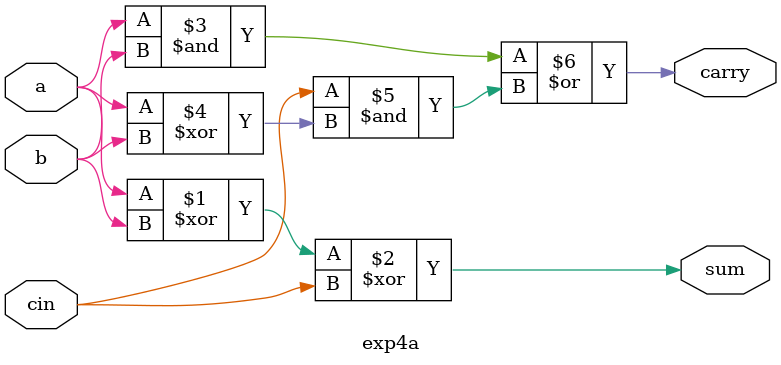
<source format=v>
module exp4a(a,b,cin,sum,carry); 
input a,b,cin; 
output sum,carry; 
assign sum=( (a ^ b)^cin); 
assign carry= ( (a & b)| ( cin &(a ^ b ))); 
endmodule 
</source>
